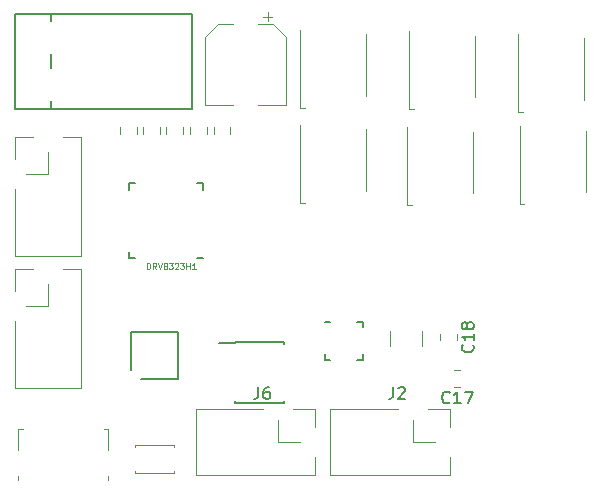
<source format=gbr>
G04 #@! TF.GenerationSoftware,KiCad,Pcbnew,5.1.2-f72e74a~84~ubuntu18.04.1*
G04 #@! TF.CreationDate,2019-06-30T22:47:52+02:00*
G04 #@! TF.ProjectId,board,626f6172-642e-46b6-9963-61645f706362,rev?*
G04 #@! TF.SameCoordinates,Original*
G04 #@! TF.FileFunction,Legend,Top*
G04 #@! TF.FilePolarity,Positive*
%FSLAX46Y46*%
G04 Gerber Fmt 4.6, Leading zero omitted, Abs format (unit mm)*
G04 Created by KiCad (PCBNEW 5.1.2-f72e74a~84~ubuntu18.04.1) date 2019-06-30 22:47:52*
%MOMM*%
%LPD*%
G04 APERTURE LIST*
%ADD10C,0.120000*%
%ADD11C,0.150000*%
%ADD12C,0.125000*%
G04 APERTURE END LIST*
D10*
X132570000Y-70540000D02*
X132570000Y-76225000D01*
X132570000Y-76225000D02*
X138170000Y-76225000D01*
X138170000Y-66125000D02*
X138170000Y-76225000D01*
X136640000Y-66125000D02*
X138170000Y-66125000D01*
X135370000Y-67400000D02*
X135370000Y-69270000D01*
X135370000Y-69270000D02*
X133500000Y-69270000D01*
X132570000Y-68000000D02*
X132570000Y-66125000D01*
X132570000Y-66125000D02*
X134100000Y-66125000D01*
X153560000Y-77970000D02*
X147875000Y-77970000D01*
X147875000Y-77970000D02*
X147875000Y-83570000D01*
X157975000Y-83570000D02*
X147875000Y-83570000D01*
X157975000Y-82040000D02*
X157975000Y-83570000D01*
X156700000Y-80770000D02*
X154830000Y-80770000D01*
X154830000Y-80770000D02*
X154830000Y-78900000D01*
X156100000Y-77970000D02*
X157975000Y-77970000D01*
X157975000Y-77970000D02*
X157975000Y-79500000D01*
D11*
X142225000Y-65175000D02*
X142225000Y-64650000D01*
X148525000Y-58875000D02*
X148525000Y-59400000D01*
X142225000Y-58875000D02*
X142225000Y-59400000D01*
X148525000Y-65175000D02*
X148000000Y-65175000D01*
X148525000Y-58875000D02*
X148000000Y-58875000D01*
X142225000Y-58875000D02*
X142750000Y-58875000D01*
X142225000Y-65175000D02*
X142750000Y-65175000D01*
X143200000Y-75450000D02*
X146400000Y-75450000D01*
X146400000Y-75450000D02*
X146400000Y-71450000D01*
X146400000Y-71450000D02*
X142400000Y-71450000D01*
X142400000Y-71450000D02*
X142400000Y-74650000D01*
D10*
X140460000Y-79640000D02*
X140080000Y-79640000D01*
X140460000Y-83690000D02*
X140460000Y-83950000D01*
X140460000Y-79640000D02*
X140460000Y-81410000D01*
X132840000Y-79640000D02*
X133220000Y-79640000D01*
X132840000Y-81410000D02*
X132840000Y-79640000D01*
X132840000Y-83950000D02*
X132840000Y-83690000D01*
D11*
X162025000Y-70575000D02*
X162025000Y-71075000D01*
X158775000Y-73825000D02*
X158775000Y-73325000D01*
X162025000Y-73825000D02*
X162025000Y-73325000D01*
X158775000Y-70575000D02*
X159275000Y-70575000D01*
X158775000Y-73825000D02*
X159275000Y-73825000D01*
X162025000Y-73825000D02*
X161525000Y-73825000D01*
X162025000Y-70575000D02*
X161525000Y-70575000D01*
D10*
X162300000Y-46250000D02*
X162300000Y-51450000D01*
X156700000Y-45850000D02*
X156700000Y-52450000D01*
X156700000Y-52450000D02*
X157100000Y-52450000D01*
X156700000Y-60500000D02*
X157100000Y-60500000D01*
X156700000Y-53900000D02*
X156700000Y-60500000D01*
X162300000Y-54300000D02*
X162300000Y-59500000D01*
X165950000Y-52600000D02*
X166350000Y-52600000D01*
X165950000Y-46000000D02*
X165950000Y-52600000D01*
X171550000Y-46400000D02*
X171550000Y-51600000D01*
X171350000Y-54500000D02*
X171350000Y-59700000D01*
X165750000Y-54100000D02*
X165750000Y-60700000D01*
X165750000Y-60700000D02*
X166150000Y-60700000D01*
X180750000Y-46600000D02*
X180750000Y-51800000D01*
X175150000Y-46200000D02*
X175150000Y-52800000D01*
X175150000Y-52800000D02*
X175550000Y-52800000D01*
X175300000Y-60600000D02*
X175700000Y-60600000D01*
X175300000Y-54000000D02*
X175300000Y-60600000D01*
X180900000Y-54400000D02*
X180900000Y-59600000D01*
X146050000Y-81200000D02*
X146050000Y-81000000D01*
X146050000Y-81000000D02*
X142750000Y-81000000D01*
X142750000Y-81000000D02*
X142750000Y-81200000D01*
X146050000Y-83200000D02*
X146050000Y-83400000D01*
X146050000Y-83400000D02*
X142750000Y-83400000D01*
X142750000Y-83400000D02*
X142750000Y-83200000D01*
D11*
X151225000Y-72325000D02*
X151225000Y-72375000D01*
X155375000Y-72325000D02*
X155375000Y-72470000D01*
X155375000Y-77475000D02*
X155375000Y-77330000D01*
X151225000Y-77475000D02*
X151225000Y-77330000D01*
X151225000Y-72325000D02*
X155375000Y-72325000D01*
X151225000Y-77475000D02*
X155375000Y-77475000D01*
X151225000Y-72375000D02*
X149825000Y-72375000D01*
D10*
X164960000Y-77970000D02*
X159275000Y-77970000D01*
X159275000Y-77970000D02*
X159275000Y-83570000D01*
X169375000Y-83570000D02*
X159275000Y-83570000D01*
X169375000Y-82040000D02*
X169375000Y-83570000D01*
X168100000Y-80770000D02*
X166230000Y-80770000D01*
X166230000Y-80770000D02*
X166230000Y-78900000D01*
X167500000Y-77970000D02*
X169375000Y-77970000D01*
X169375000Y-77970000D02*
X169375000Y-79500000D01*
D11*
X135590000Y-44540000D02*
X135590000Y-45140000D01*
X135590000Y-49140000D02*
X135590000Y-47940000D01*
X135590000Y-52540000D02*
X135590000Y-51940000D01*
X132590000Y-44540000D02*
X132590000Y-52540000D01*
X132590000Y-52540000D02*
X147590000Y-52540000D01*
X147590000Y-52540000D02*
X147590000Y-44540000D01*
X147590000Y-44540000D02*
X132590000Y-44540000D01*
D10*
X164340000Y-72602064D02*
X164340000Y-71397936D01*
X167060000Y-72602064D02*
X167060000Y-71397936D01*
X132570000Y-59340000D02*
X132570000Y-65025000D01*
X132570000Y-65025000D02*
X138170000Y-65025000D01*
X138170000Y-54925000D02*
X138170000Y-65025000D01*
X136640000Y-54925000D02*
X138170000Y-54925000D01*
X135370000Y-56200000D02*
X135370000Y-58070000D01*
X135370000Y-58070000D02*
X133500000Y-58070000D01*
X132570000Y-56800000D02*
X132570000Y-54925000D01*
X132570000Y-54925000D02*
X134100000Y-54925000D01*
X142910000Y-54658578D02*
X142910000Y-54141422D01*
X141490000Y-54658578D02*
X141490000Y-54141422D01*
X143390000Y-54658578D02*
X143390000Y-54141422D01*
X144810000Y-54658578D02*
X144810000Y-54141422D01*
X146810000Y-54658578D02*
X146810000Y-54141422D01*
X145390000Y-54658578D02*
X145390000Y-54141422D01*
X147390000Y-54658578D02*
X147390000Y-54141422D01*
X148810000Y-54658578D02*
X148810000Y-54141422D01*
X148690000Y-52210000D02*
X151040000Y-52210000D01*
X155510000Y-52210000D02*
X153160000Y-52210000D01*
X155510000Y-46454437D02*
X155510000Y-52210000D01*
X148690000Y-46454437D02*
X148690000Y-52210000D01*
X149754437Y-45390000D02*
X151040000Y-45390000D01*
X154445563Y-45390000D02*
X153160000Y-45390000D01*
X154445563Y-45390000D02*
X155510000Y-46454437D01*
X149754437Y-45390000D02*
X148690000Y-46454437D01*
X153947500Y-44362500D02*
X153947500Y-45150000D01*
X154341250Y-44756250D02*
X153553750Y-44756250D01*
X150810000Y-54658578D02*
X150810000Y-54141422D01*
X149390000Y-54658578D02*
X149390000Y-54141422D01*
X170258578Y-74690000D02*
X169741422Y-74690000D01*
X170258578Y-76110000D02*
X169741422Y-76110000D01*
X170010000Y-71641422D02*
X170010000Y-72158578D01*
X168590000Y-71641422D02*
X168590000Y-72158578D01*
D11*
X153179166Y-76131880D02*
X153179166Y-76846166D01*
X153131547Y-76989023D01*
X153036309Y-77084261D01*
X152893452Y-77131880D01*
X152798214Y-77131880D01*
X154083928Y-76131880D02*
X153893452Y-76131880D01*
X153798214Y-76179500D01*
X153750595Y-76227119D01*
X153655357Y-76369976D01*
X153607738Y-76560452D01*
X153607738Y-76941404D01*
X153655357Y-77036642D01*
X153702976Y-77084261D01*
X153798214Y-77131880D01*
X153988690Y-77131880D01*
X154083928Y-77084261D01*
X154131547Y-77036642D01*
X154179166Y-76941404D01*
X154179166Y-76703309D01*
X154131547Y-76608071D01*
X154083928Y-76560452D01*
X153988690Y-76512833D01*
X153798214Y-76512833D01*
X153702976Y-76560452D01*
X153655357Y-76608071D01*
X153607738Y-76703309D01*
D12*
X143752380Y-66126190D02*
X143752380Y-65626190D01*
X143871428Y-65626190D01*
X143942857Y-65650000D01*
X143990476Y-65697619D01*
X144014285Y-65745238D01*
X144038095Y-65840476D01*
X144038095Y-65911904D01*
X144014285Y-66007142D01*
X143990476Y-66054761D01*
X143942857Y-66102380D01*
X143871428Y-66126190D01*
X143752380Y-66126190D01*
X144538095Y-66126190D02*
X144371428Y-65888095D01*
X144252380Y-66126190D02*
X144252380Y-65626190D01*
X144442857Y-65626190D01*
X144490476Y-65650000D01*
X144514285Y-65673809D01*
X144538095Y-65721428D01*
X144538095Y-65792857D01*
X144514285Y-65840476D01*
X144490476Y-65864285D01*
X144442857Y-65888095D01*
X144252380Y-65888095D01*
X144680952Y-65626190D02*
X144847619Y-66126190D01*
X145014285Y-65626190D01*
X145252380Y-65840476D02*
X145204761Y-65816666D01*
X145180952Y-65792857D01*
X145157142Y-65745238D01*
X145157142Y-65721428D01*
X145180952Y-65673809D01*
X145204761Y-65650000D01*
X145252380Y-65626190D01*
X145347619Y-65626190D01*
X145395238Y-65650000D01*
X145419047Y-65673809D01*
X145442857Y-65721428D01*
X145442857Y-65745238D01*
X145419047Y-65792857D01*
X145395238Y-65816666D01*
X145347619Y-65840476D01*
X145252380Y-65840476D01*
X145204761Y-65864285D01*
X145180952Y-65888095D01*
X145157142Y-65935714D01*
X145157142Y-66030952D01*
X145180952Y-66078571D01*
X145204761Y-66102380D01*
X145252380Y-66126190D01*
X145347619Y-66126190D01*
X145395238Y-66102380D01*
X145419047Y-66078571D01*
X145442857Y-66030952D01*
X145442857Y-65935714D01*
X145419047Y-65888095D01*
X145395238Y-65864285D01*
X145347619Y-65840476D01*
X145609523Y-65626190D02*
X145919047Y-65626190D01*
X145752380Y-65816666D01*
X145823809Y-65816666D01*
X145871428Y-65840476D01*
X145895238Y-65864285D01*
X145919047Y-65911904D01*
X145919047Y-66030952D01*
X145895238Y-66078571D01*
X145871428Y-66102380D01*
X145823809Y-66126190D01*
X145680952Y-66126190D01*
X145633333Y-66102380D01*
X145609523Y-66078571D01*
X146109523Y-65673809D02*
X146133333Y-65650000D01*
X146180952Y-65626190D01*
X146300000Y-65626190D01*
X146347619Y-65650000D01*
X146371428Y-65673809D01*
X146395238Y-65721428D01*
X146395238Y-65769047D01*
X146371428Y-65840476D01*
X146085714Y-66126190D01*
X146395238Y-66126190D01*
X146561904Y-65626190D02*
X146871428Y-65626190D01*
X146704761Y-65816666D01*
X146776190Y-65816666D01*
X146823809Y-65840476D01*
X146847619Y-65864285D01*
X146871428Y-65911904D01*
X146871428Y-66030952D01*
X146847619Y-66078571D01*
X146823809Y-66102380D01*
X146776190Y-66126190D01*
X146633333Y-66126190D01*
X146585714Y-66102380D01*
X146561904Y-66078571D01*
X147085714Y-66126190D02*
X147085714Y-65626190D01*
X147085714Y-65864285D02*
X147371428Y-65864285D01*
X147371428Y-66126190D02*
X147371428Y-65626190D01*
X147871428Y-66126190D02*
X147585714Y-66126190D01*
X147728571Y-66126190D02*
X147728571Y-65626190D01*
X147680952Y-65697619D01*
X147633333Y-65745238D01*
X147585714Y-65769047D01*
D11*
X164579166Y-76131880D02*
X164579166Y-76846166D01*
X164531547Y-76989023D01*
X164436309Y-77084261D01*
X164293452Y-77131880D01*
X164198214Y-77131880D01*
X165007738Y-76227119D02*
X165055357Y-76179500D01*
X165150595Y-76131880D01*
X165388690Y-76131880D01*
X165483928Y-76179500D01*
X165531547Y-76227119D01*
X165579166Y-76322357D01*
X165579166Y-76417595D01*
X165531547Y-76560452D01*
X164960119Y-77131880D01*
X165579166Y-77131880D01*
X169357142Y-77407142D02*
X169309523Y-77454761D01*
X169166666Y-77502380D01*
X169071428Y-77502380D01*
X168928571Y-77454761D01*
X168833333Y-77359523D01*
X168785714Y-77264285D01*
X168738095Y-77073809D01*
X168738095Y-76930952D01*
X168785714Y-76740476D01*
X168833333Y-76645238D01*
X168928571Y-76550000D01*
X169071428Y-76502380D01*
X169166666Y-76502380D01*
X169309523Y-76550000D01*
X169357142Y-76597619D01*
X170309523Y-77502380D02*
X169738095Y-77502380D01*
X170023809Y-77502380D02*
X170023809Y-76502380D01*
X169928571Y-76645238D01*
X169833333Y-76740476D01*
X169738095Y-76788095D01*
X170642857Y-76502380D02*
X171309523Y-76502380D01*
X170880952Y-77502380D01*
X171307142Y-72542857D02*
X171354761Y-72590476D01*
X171402380Y-72733333D01*
X171402380Y-72828571D01*
X171354761Y-72971428D01*
X171259523Y-73066666D01*
X171164285Y-73114285D01*
X170973809Y-73161904D01*
X170830952Y-73161904D01*
X170640476Y-73114285D01*
X170545238Y-73066666D01*
X170450000Y-72971428D01*
X170402380Y-72828571D01*
X170402380Y-72733333D01*
X170450000Y-72590476D01*
X170497619Y-72542857D01*
X171402380Y-71590476D02*
X171402380Y-72161904D01*
X171402380Y-71876190D02*
X170402380Y-71876190D01*
X170545238Y-71971428D01*
X170640476Y-72066666D01*
X170688095Y-72161904D01*
X170830952Y-71019047D02*
X170783333Y-71114285D01*
X170735714Y-71161904D01*
X170640476Y-71209523D01*
X170592857Y-71209523D01*
X170497619Y-71161904D01*
X170450000Y-71114285D01*
X170402380Y-71019047D01*
X170402380Y-70828571D01*
X170450000Y-70733333D01*
X170497619Y-70685714D01*
X170592857Y-70638095D01*
X170640476Y-70638095D01*
X170735714Y-70685714D01*
X170783333Y-70733333D01*
X170830952Y-70828571D01*
X170830952Y-71019047D01*
X170878571Y-71114285D01*
X170926190Y-71161904D01*
X171021428Y-71209523D01*
X171211904Y-71209523D01*
X171307142Y-71161904D01*
X171354761Y-71114285D01*
X171402380Y-71019047D01*
X171402380Y-70828571D01*
X171354761Y-70733333D01*
X171307142Y-70685714D01*
X171211904Y-70638095D01*
X171021428Y-70638095D01*
X170926190Y-70685714D01*
X170878571Y-70733333D01*
X170830952Y-70828571D01*
M02*

</source>
